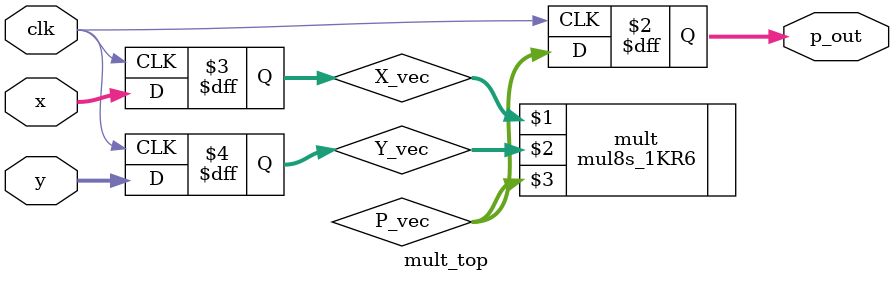
<source format=v>


module mult_top(
    // Clock and reset
    input clk,
    // Input X has a form x_i%d where %d denotes the bit number
    input  [15:0] x,
    // Input Y has a form y_i%d where %d denotes the bit number
    input  [15:0] y,
    // Output P has a form p_out%d where %d denotes the bit number
    output reg [31:0] p_out
    );

    
    // Now we have X_vec and Y_vec signal 
    // Then we do processing with these signals and store the 
    // intermidiate result in P_vec
    // For example purposes X_vec and Y_vec are concanated and stored in P_vec
    wire [31:0] P_vec;
    reg [15:0] X_vec;
    reg [15:0] Y_vec;
    
    mul8s_1KR6 mult(X_vec,Y_vec,P_vec); 

 
    always @(posedge clk) 
    begin
        p_out = P_vec;
        X_vec = x;
        Y_vec = y;
    end

endmodule 


</source>
